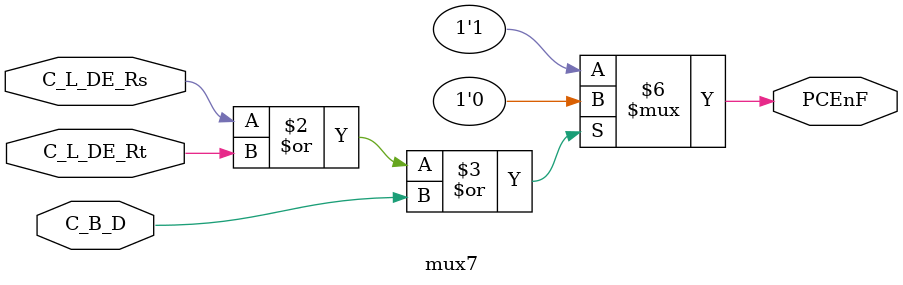
<source format=v>
module mux1(Rt_data, Ext_result, Data, ALUSrc);
    input [31:0] Rt_data;        // 寄存器的第二个输出
    input [31:0] Ext_result;     // 符号扩展后的值
    input ALUSrc;      // 0：选择寄存器的第二个输出 1：立即数扩展后的值
    output reg [31:0] Data;     // 选择后的值

    always @(*)
    begin
        if (ALUSrc)
            begin
                Data = Ext_result;
                // $display("(MUX.v) select ext_result: %h", Data);
            end
        else  
            begin
                Data = Rt_data;
                // $display("(MUX.v) select Rt_data: %h", Data);
            end       
    end
endmodule

// 控制写入regfile的数据来自ALU还是数据存储器
module mux2(ALUoutput, MEMouput, Data, MemtoReg);
    input [31:0] ALUoutput;        // ALU的输出
    input [31:0] MEMouput;     // 数据存储器的输出
    input MemtoReg;      // 0：选择ALU的输出 1：选择数据存储器的输出
    
    output reg [31:0] Data;     // 选择后的值

    always @(*)
    begin
        if (MemtoReg)
            begin
                Data = MEMouput;
                // $display("(MUX.v) select ALU_output: %h", Data);
            end
        else  
            begin
                Data = ALUoutput;
                // $display("(MUX.v) select DATAMEM_output: %h", Data);
            end       
    end
endmodule

// Rs转发
module mux3(Forward_RSE, alu_out , reg_wr_data, rs_data_E, rs_data_final);
    input[1: 0] Forward_RSE;
    input[31: 0] alu_out, reg_wr_data, rs_data_E; //alu_out是ALU算出的结果，reg_wr_data是准备写入寄存器堆的值
    output reg[31: 0] rs_data_final;

  always @(*) begin
    case (Forward_RSE)
        2'b10:
            rs_data_final <= alu_out;
        2'b01:
            rs_data_final <= reg_wr_data;
        2'b00:
            rs_data_final <= rs_data_E;
    endcase
  end
endmodule

// Rt转发
module mux4(Forward_RTE, alu_out , reg_wr_data, rt_data_E, rt_data_final);
    input[1: 0] Forward_RTE;
    input[31: 0] alu_out, reg_wr_data, rt_data_E; //alu_out是ALU算出的结果，reg_wr_data是准备写入寄存器堆的值
    output reg[31: 0] rt_data_final;

  always @(*) begin
    case (Forward_RTE)
        2'b10:
            rt_data_final <= alu_out;
        2'b01:
            rt_data_final <= reg_wr_data;
        2'b00:
            rt_data_final <= rt_data_E;
    endcase
  end

endmodule

// 决定IF_ID能否写入
module mux5(C_L_DE_Rs, C_L_DE_Rt, C_B_D, IF_ID_wr);
    input C_L_DE_Rs, C_L_DE_Rt, C_B_D;
    output reg IF_ID_wr = 1'b1;

  always @(*) begin
    if(C_L_DE_Rs | C_L_DE_Rt | C_B_D) IF_ID_wr = 1'b0;
    else IF_ID_wr = 1'b1;
  end

endmodule

module mux6(if_branch, zero_D, IF_ID_flush);  // 决定IF_ID是否要flush
    input if_branch;
    input zero_D;

    output reg IF_ID_flush = 1'b0;

  always @(*) begin
    if(if_branch & zero_D) IF_ID_flush = 1'b1;
    else IF_ID_flush = 1'b0;
  end

endmodule


module mux7(C_L_DE_Rs, C_L_DE_Rt, C_B_D, PCEnF); 
    input C_L_DE_Rs, C_L_DE_Rt, C_B_D;

    output reg PCEnF = 1'b1;

  always @(*) begin
    if(C_L_DE_Rs | C_L_DE_Rt | C_B_D) PCEnF = 1'b0;
    else PCEnF = 1'b1;
  end

endmodule
</source>
